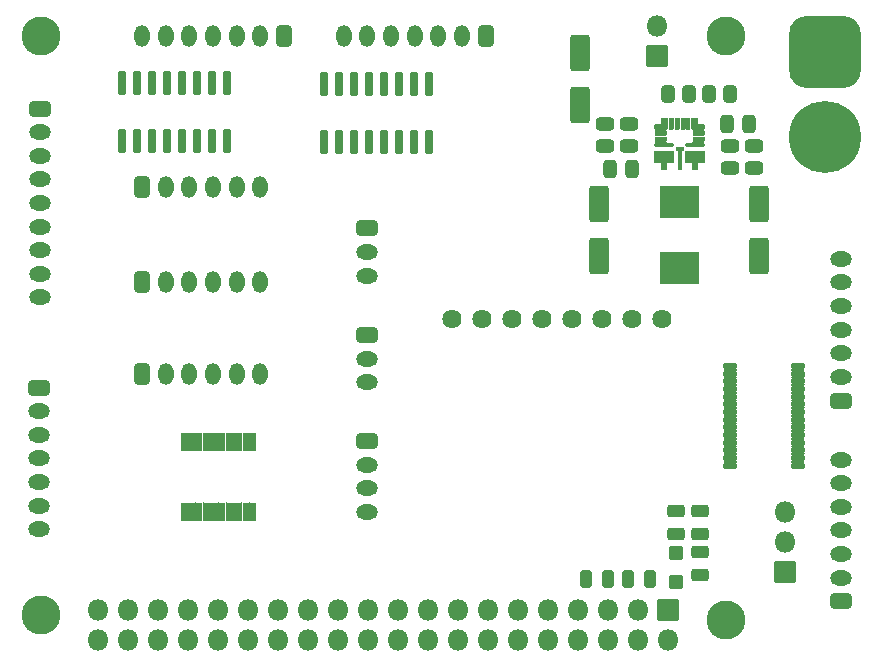
<source format=gbr>
G04 #@! TF.GenerationSoftware,KiCad,Pcbnew,(6.0.1)*
G04 #@! TF.CreationDate,2022-01-26T09:26:30-08:00*
G04 #@! TF.ProjectId,Prime Mover,5072696d-6520-44d6-9f76-65722e6b6963,rev?*
G04 #@! TF.SameCoordinates,Original*
G04 #@! TF.FileFunction,Soldermask,Top*
G04 #@! TF.FilePolarity,Negative*
%FSLAX46Y46*%
G04 Gerber Fmt 4.6, Leading zero omitted, Abs format (unit mm)*
G04 Created by KiCad (PCBNEW (6.0.1)) date 2022-01-26 09:26:30*
%MOMM*%
%LPD*%
G01*
G04 APERTURE LIST*
G04 Aperture macros list*
%AMRoundRect*
0 Rectangle with rounded corners*
0 $1 Rounding radius*
0 $2 $3 $4 $5 $6 $7 $8 $9 X,Y pos of 4 corners*
0 Add a 4 corners polygon primitive as box body*
4,1,4,$2,$3,$4,$5,$6,$7,$8,$9,$2,$3,0*
0 Add four circle primitives for the rounded corners*
1,1,$1+$1,$2,$3*
1,1,$1+$1,$4,$5*
1,1,$1+$1,$6,$7*
1,1,$1+$1,$8,$9*
0 Add four rect primitives between the rounded corners*
20,1,$1+$1,$2,$3,$4,$5,0*
20,1,$1+$1,$4,$5,$6,$7,0*
20,1,$1+$1,$6,$7,$8,$9,0*
20,1,$1+$1,$8,$9,$2,$3,0*%
G04 Aperture macros list end*
%ADD10RoundRect,0.301000X-0.350000X-0.625000X0.350000X-0.625000X0.350000X0.625000X-0.350000X0.625000X0*%
%ADD11O,1.302000X1.852000*%
%ADD12RoundRect,0.051000X-0.500000X0.500000X-0.500000X-0.500000X0.500000X-0.500000X0.500000X0.500000X0*%
%ADD13C,1.626000*%
%ADD14RoundRect,0.301000X-0.625000X0.350000X-0.625000X-0.350000X0.625000X-0.350000X0.625000X0.350000X0*%
%ADD15O,1.852000X1.302000*%
%ADD16RoundRect,0.294750X-0.456250X0.243750X-0.456250X-0.243750X0.456250X-0.243750X0.456250X0.243750X0*%
%ADD17RoundRect,0.051000X0.550000X0.200000X-0.550000X0.200000X-0.550000X-0.200000X0.550000X-0.200000X0*%
%ADD18RoundRect,0.301000X0.625000X-0.350000X0.625000X0.350000X-0.625000X0.350000X-0.625000X-0.350000X0*%
%ADD19C,3.302000*%
%ADD20RoundRect,0.294750X0.456250X-0.243750X0.456250X0.243750X-0.456250X0.243750X-0.456250X-0.243750X0*%
%ADD21RoundRect,0.294750X0.243750X0.456250X-0.243750X0.456250X-0.243750X-0.456250X0.243750X-0.456250X0*%
%ADD22RoundRect,0.294750X-0.243750X-0.456250X0.243750X-0.456250X0.243750X0.456250X-0.243750X0.456250X0*%
%ADD23RoundRect,0.301000X0.350000X0.625000X-0.350000X0.625000X-0.350000X-0.625000X0.350000X-0.625000X0*%
%ADD24RoundRect,0.301000X-0.250000X-0.475000X0.250000X-0.475000X0.250000X0.475000X-0.250000X0.475000X0*%
%ADD25RoundRect,0.301000X-0.262500X-0.450000X0.262500X-0.450000X0.262500X0.450000X-0.262500X0.450000X0*%
%ADD26RoundRect,0.201000X-0.150000X0.825000X-0.150000X-0.825000X0.150000X-0.825000X0.150000X0.825000X0*%
%ADD27RoundRect,0.301000X0.550000X-1.250000X0.550000X1.250000X-0.550000X1.250000X-0.550000X-1.250000X0*%
%ADD28RoundRect,0.051000X0.850000X0.850000X-0.850000X0.850000X-0.850000X-0.850000X0.850000X-0.850000X0*%
%ADD29O,1.802000X1.802000*%
%ADD30RoundRect,0.301000X-0.475000X0.250000X-0.475000X-0.250000X0.475000X-0.250000X0.475000X0.250000X0*%
%ADD31RoundRect,1.551000X-1.500000X1.500000X-1.500000X-1.500000X1.500000X-1.500000X1.500000X1.500000X0*%
%ADD32C,6.102000*%
%ADD33RoundRect,0.051000X0.225000X0.737500X-0.225000X0.737500X-0.225000X-0.737500X0.225000X-0.737500X0*%
%ADD34RoundRect,0.051000X-1.600000X1.325000X-1.600000X-1.325000X1.600000X-1.325000X1.600000X1.325000X0*%
%ADD35RoundRect,0.301000X0.475000X-0.250000X0.475000X0.250000X-0.475000X0.250000X-0.475000X-0.250000X0*%
%ADD36RoundRect,0.051000X0.437500X-0.150000X0.437500X0.150000X-0.437500X0.150000X-0.437500X-0.150000X0*%
%ADD37RoundRect,0.051000X0.762500X-0.125000X0.762500X0.125000X-0.762500X0.125000X-0.762500X-0.125000X0*%
%ADD38RoundRect,0.051000X0.762500X-0.475000X0.762500X0.475000X-0.762500X0.475000X-0.762500X-0.475000X0*%
%ADD39RoundRect,0.051000X-0.225000X-0.300000X0.225000X-0.300000X0.225000X0.300000X-0.225000X0.300000X0*%
%ADD40RoundRect,0.051000X-0.150000X-0.825000X0.150000X-0.825000X0.150000X0.825000X-0.150000X0.825000X0*%
%ADD41RoundRect,0.051000X-0.225000X-0.437500X0.225000X-0.437500X0.225000X0.437500X-0.225000X0.437500X0*%
%ADD42RoundRect,0.051000X-0.150000X-0.437500X0.150000X-0.437500X0.150000X0.437500X-0.150000X0.437500X0*%
%ADD43RoundRect,0.051000X0.250000X-0.175000X0.250000X0.175000X-0.250000X0.175000X-0.250000X-0.175000X0*%
%ADD44RoundRect,0.051000X0.300000X-0.125000X0.300000X0.125000X-0.300000X0.125000X-0.300000X-0.125000X0*%
%ADD45RoundRect,0.051000X0.850000X-0.850000X0.850000X0.850000X-0.850000X0.850000X-0.850000X-0.850000X0*%
G04 APERTURE END LIST*
D10*
X12100000Y-24300000D03*
D11*
X14100000Y-24300000D03*
X16100000Y-24300000D03*
X18100000Y-24300000D03*
X20100000Y-24300000D03*
X22100000Y-24300000D03*
D12*
X57274000Y-47257000D03*
X57274000Y-49757000D03*
D13*
X56130000Y-27460000D03*
X53590000Y-27460000D03*
X51050000Y-27460000D03*
X48510000Y-27460000D03*
X45970000Y-27460000D03*
X43430000Y-27460000D03*
X40890000Y-27460000D03*
X38350000Y-27460000D03*
D14*
X3414000Y-9652000D03*
D15*
X3414000Y-11652000D03*
X3414000Y-13652000D03*
X3414000Y-15652000D03*
X3414000Y-17652000D03*
X3414000Y-19652000D03*
X3414000Y-21652000D03*
X3414000Y-23652000D03*
X3414000Y-25652000D03*
D16*
X57274000Y-43759500D03*
X57274000Y-45634500D03*
X59306000Y-47237000D03*
X59306000Y-49112000D03*
D17*
X67610000Y-39895000D03*
X67610000Y-39245000D03*
X67610000Y-38595000D03*
X67610000Y-37945000D03*
X67610000Y-37295000D03*
X67610000Y-36645000D03*
X67610000Y-35995000D03*
X67610000Y-35345000D03*
X67610000Y-34695000D03*
X67610000Y-34045000D03*
X67610000Y-33395000D03*
X67610000Y-32745000D03*
X67610000Y-32095000D03*
X67610000Y-31445000D03*
X61910000Y-31445000D03*
X61910000Y-32095000D03*
X61910000Y-32745000D03*
X61910000Y-33395000D03*
X61910000Y-34045000D03*
X61910000Y-34695000D03*
X61910000Y-35345000D03*
X61910000Y-35995000D03*
X61910000Y-36645000D03*
X61910000Y-37295000D03*
X61910000Y-37945000D03*
X61910000Y-38595000D03*
X61910000Y-39245000D03*
X61910000Y-39895000D03*
D18*
X71250000Y-34380000D03*
D15*
X71250000Y-32380000D03*
X71250000Y-30380000D03*
X71250000Y-28380000D03*
X71250000Y-26380000D03*
X71250000Y-24380000D03*
X71250000Y-22380000D03*
D19*
X3500000Y-3500000D03*
X3500000Y-52500000D03*
X61500000Y-53000000D03*
X61500000Y-3500000D03*
D18*
X71250000Y-51380000D03*
D15*
X71250000Y-49380000D03*
X71250000Y-47380000D03*
X71250000Y-45380000D03*
X71250000Y-43380000D03*
X71250000Y-41380000D03*
X71250000Y-39380000D03*
D20*
X59306000Y-45634500D03*
X59306000Y-43759500D03*
D14*
X31150000Y-19800000D03*
D15*
X31150000Y-21800000D03*
X31150000Y-23800000D03*
D21*
X55080000Y-49470000D03*
X53205000Y-49470000D03*
D22*
X49642500Y-49470000D03*
X51517500Y-49470000D03*
D14*
X31140000Y-28820000D03*
D15*
X31140000Y-30820000D03*
X31140000Y-32820000D03*
D14*
X31140000Y-37820000D03*
D15*
X31140000Y-39820000D03*
X31140000Y-41820000D03*
X31140000Y-43820000D03*
D14*
X3350000Y-33280000D03*
D15*
X3350000Y-35280000D03*
X3350000Y-37280000D03*
X3350000Y-39280000D03*
X3350000Y-41280000D03*
X3350000Y-43280000D03*
X3350000Y-45280000D03*
D23*
X41180000Y-3550000D03*
D11*
X39180000Y-3550000D03*
X37180000Y-3550000D03*
X35180000Y-3550000D03*
X33180000Y-3550000D03*
X31180000Y-3550000D03*
X29180000Y-3550000D03*
D24*
X51690000Y-14740000D03*
X53590000Y-14740000D03*
D25*
X60057500Y-8420000D03*
X61882500Y-8420000D03*
D26*
X19295000Y-7495000D03*
X18025000Y-7495000D03*
X16755000Y-7495000D03*
X15485000Y-7495000D03*
X14215000Y-7495000D03*
X12945000Y-7495000D03*
X11675000Y-7495000D03*
X10405000Y-7495000D03*
X10405000Y-12445000D03*
X11675000Y-12445000D03*
X12945000Y-12445000D03*
X14215000Y-12445000D03*
X15485000Y-12445000D03*
X16755000Y-12445000D03*
X18025000Y-12445000D03*
X19295000Y-12445000D03*
D27*
X49160000Y-9360000D03*
X49160000Y-4960000D03*
D23*
X24110000Y-3550000D03*
D11*
X22110000Y-3550000D03*
X20110000Y-3550000D03*
X18110000Y-3550000D03*
X16110000Y-3550000D03*
X14110000Y-3550000D03*
X12110000Y-3550000D03*
D28*
X55700000Y-5200000D03*
D29*
X55700000Y-2660000D03*
D30*
X63890000Y-12820000D03*
X63890000Y-14720000D03*
D31*
X69960000Y-4840000D03*
D32*
X69960000Y-12040000D03*
D24*
X61620000Y-10970000D03*
X63520000Y-10970000D03*
D33*
X15655000Y-43778000D03*
X16305000Y-43778000D03*
X16955000Y-43778000D03*
X17605000Y-43778000D03*
X18255000Y-43778000D03*
X18905000Y-43778000D03*
X19555000Y-43778000D03*
X20205000Y-43778000D03*
X20855000Y-43778000D03*
X21505000Y-43778000D03*
X21505000Y-37902000D03*
X20855000Y-37902000D03*
X20205000Y-37902000D03*
X19555000Y-37902000D03*
X18905000Y-37902000D03*
X18255000Y-37902000D03*
X17605000Y-37902000D03*
X16955000Y-37902000D03*
X16305000Y-37902000D03*
X15655000Y-37902000D03*
D10*
X12110000Y-32090000D03*
D11*
X14110000Y-32090000D03*
X16110000Y-32090000D03*
X18110000Y-32090000D03*
X20110000Y-32090000D03*
X22110000Y-32090000D03*
D27*
X50760000Y-22140000D03*
X50760000Y-17740000D03*
D25*
X56615000Y-8420000D03*
X58440000Y-8420000D03*
D28*
X66540000Y-48860000D03*
D29*
X66540000Y-46320000D03*
X66540000Y-43780000D03*
D34*
X57610000Y-17560000D03*
X57610000Y-23160000D03*
D35*
X53350000Y-12830000D03*
X53350000Y-10930000D03*
D36*
X55997000Y-11720000D03*
X55997000Y-12220000D03*
D37*
X56322000Y-12720000D03*
D38*
X56323000Y-13770000D03*
D39*
X56285000Y-14545000D03*
D40*
X57610000Y-14020000D03*
D39*
X58935000Y-14545000D03*
D38*
X58897000Y-13770000D03*
D37*
X58898000Y-12720000D03*
D36*
X59222000Y-12220000D03*
X59222000Y-11720000D03*
D41*
X58935000Y-10933000D03*
D42*
X58360000Y-10932000D03*
X57860000Y-10932000D03*
X57360000Y-10932000D03*
X56860000Y-10932000D03*
D41*
X56285000Y-10932000D03*
D43*
X55810000Y-11195000D03*
D44*
X57610000Y-13070000D03*
D43*
X59410000Y-11195000D03*
D27*
X64330000Y-22140000D03*
X64330000Y-17740000D03*
D35*
X51290000Y-12830000D03*
X51290000Y-10930000D03*
D10*
X12110000Y-16280000D03*
D11*
X14110000Y-16280000D03*
X16110000Y-16280000D03*
X18110000Y-16280000D03*
X20110000Y-16280000D03*
X22110000Y-16280000D03*
D30*
X61840000Y-12820000D03*
X61840000Y-14720000D03*
D26*
X36365000Y-7545000D03*
X35095000Y-7545000D03*
X33825000Y-7545000D03*
X32555000Y-7545000D03*
X31285000Y-7545000D03*
X30015000Y-7545000D03*
X28745000Y-7545000D03*
X27475000Y-7545000D03*
X27475000Y-12495000D03*
X28745000Y-12495000D03*
X30015000Y-12495000D03*
X31285000Y-12495000D03*
X32555000Y-12495000D03*
X33825000Y-12495000D03*
X35095000Y-12495000D03*
X36365000Y-12495000D03*
D45*
X56610000Y-52150000D03*
D29*
X56610000Y-54690000D03*
X54070000Y-52150000D03*
X54070000Y-54690000D03*
X51530000Y-52150000D03*
X51530000Y-54690000D03*
X48990000Y-52150000D03*
X48990000Y-54690000D03*
X46450000Y-52150000D03*
X46450000Y-54690000D03*
X43910000Y-52150000D03*
X43910000Y-54690000D03*
X41370000Y-52150000D03*
X41370000Y-54690000D03*
X38830000Y-52150000D03*
X38830000Y-54690000D03*
X36290000Y-52150000D03*
X36290000Y-54690000D03*
X33750000Y-52150000D03*
X33750000Y-54690000D03*
X31210000Y-52150000D03*
X31210000Y-54690000D03*
X28670000Y-52150000D03*
X28670000Y-54690000D03*
X26130000Y-52150000D03*
X26130000Y-54690000D03*
X23590000Y-52150000D03*
X23590000Y-54690000D03*
X21050000Y-52150000D03*
X21050000Y-54690000D03*
X18510000Y-52150000D03*
X18510000Y-54690000D03*
X15970000Y-52150000D03*
X15970000Y-54690000D03*
X13430000Y-52150000D03*
X13430000Y-54690000D03*
X10890000Y-52150000D03*
X10890000Y-54690000D03*
X8350000Y-52150000D03*
X8350000Y-54690000D03*
G36*
X20594633Y-43004017D02*
G01*
X20595197Y-43005936D01*
X20594916Y-43006575D01*
X20584767Y-43021763D01*
X20581000Y-43040699D01*
X20581000Y-44515301D01*
X20584767Y-44534238D01*
X20594814Y-44549273D01*
X20594945Y-44551268D01*
X20593282Y-44552380D01*
X20592553Y-44552293D01*
X20532212Y-44533398D01*
X20467310Y-44552455D01*
X20465367Y-44551983D01*
X20464803Y-44550064D01*
X20465084Y-44549425D01*
X20475233Y-44534237D01*
X20479000Y-44515301D01*
X20479000Y-43040699D01*
X20475233Y-43021762D01*
X20465186Y-43006727D01*
X20465055Y-43004732D01*
X20466718Y-43003620D01*
X20467447Y-43003707D01*
X20527788Y-43022602D01*
X20592690Y-43003545D01*
X20594633Y-43004017D01*
G37*
G36*
X21244633Y-43004017D02*
G01*
X21245197Y-43005936D01*
X21244916Y-43006575D01*
X21234767Y-43021763D01*
X21231000Y-43040699D01*
X21231000Y-44515301D01*
X21234767Y-44534238D01*
X21244814Y-44549273D01*
X21244945Y-44551268D01*
X21243282Y-44552380D01*
X21242553Y-44552293D01*
X21182212Y-44533398D01*
X21117310Y-44552455D01*
X21115367Y-44551983D01*
X21114803Y-44550064D01*
X21115084Y-44549425D01*
X21125233Y-44534237D01*
X21129000Y-44515301D01*
X21129000Y-43040699D01*
X21125233Y-43021762D01*
X21115186Y-43006727D01*
X21115055Y-43004732D01*
X21116718Y-43003620D01*
X21117447Y-43003707D01*
X21177788Y-43022602D01*
X21242690Y-43003545D01*
X21244633Y-43004017D01*
G37*
G36*
X17344633Y-43004017D02*
G01*
X17345197Y-43005936D01*
X17344916Y-43006575D01*
X17334767Y-43021763D01*
X17331000Y-43040699D01*
X17331000Y-44515301D01*
X17334767Y-44534238D01*
X17344814Y-44549273D01*
X17344945Y-44551268D01*
X17343282Y-44552380D01*
X17342553Y-44552293D01*
X17282212Y-44533398D01*
X17217310Y-44552455D01*
X17215367Y-44551983D01*
X17214803Y-44550064D01*
X17215084Y-44549425D01*
X17225233Y-44534237D01*
X17229000Y-44515301D01*
X17229000Y-43040699D01*
X17225233Y-43021762D01*
X17215186Y-43006727D01*
X17215055Y-43004732D01*
X17216718Y-43003620D01*
X17217447Y-43003707D01*
X17277788Y-43022602D01*
X17342690Y-43003545D01*
X17344633Y-43004017D01*
G37*
G36*
X16694633Y-43004017D02*
G01*
X16695197Y-43005936D01*
X16694916Y-43006575D01*
X16684767Y-43021763D01*
X16681000Y-43040699D01*
X16681000Y-44515301D01*
X16684767Y-44534238D01*
X16694814Y-44549273D01*
X16694945Y-44551268D01*
X16693282Y-44552380D01*
X16692553Y-44552293D01*
X16632212Y-44533398D01*
X16567310Y-44552455D01*
X16565367Y-44551983D01*
X16564803Y-44550064D01*
X16565084Y-44549425D01*
X16575233Y-44534237D01*
X16579000Y-44515301D01*
X16579000Y-43040699D01*
X16575233Y-43021762D01*
X16565186Y-43006727D01*
X16565055Y-43004732D01*
X16566718Y-43003620D01*
X16567447Y-43003707D01*
X16627788Y-43022602D01*
X16692690Y-43003545D01*
X16694633Y-43004017D01*
G37*
G36*
X17994633Y-43004017D02*
G01*
X17995197Y-43005936D01*
X17994916Y-43006575D01*
X17984767Y-43021763D01*
X17981000Y-43040699D01*
X17981000Y-44515301D01*
X17984767Y-44534238D01*
X17994814Y-44549273D01*
X17994945Y-44551268D01*
X17993282Y-44552380D01*
X17992553Y-44552293D01*
X17932212Y-44533398D01*
X17867310Y-44552455D01*
X17865367Y-44551983D01*
X17864803Y-44550064D01*
X17865084Y-44549425D01*
X17875233Y-44534237D01*
X17879000Y-44515301D01*
X17879000Y-43040699D01*
X17875233Y-43021762D01*
X17865186Y-43006727D01*
X17865055Y-43004732D01*
X17866718Y-43003620D01*
X17867447Y-43003707D01*
X17927788Y-43022602D01*
X17992690Y-43003545D01*
X17994633Y-43004017D01*
G37*
G36*
X16044633Y-43004017D02*
G01*
X16045197Y-43005936D01*
X16044916Y-43006575D01*
X16034767Y-43021763D01*
X16031000Y-43040699D01*
X16031000Y-44515301D01*
X16034767Y-44534238D01*
X16044814Y-44549273D01*
X16044945Y-44551268D01*
X16043282Y-44552380D01*
X16042553Y-44552293D01*
X15982212Y-44533398D01*
X15917310Y-44552455D01*
X15915367Y-44551983D01*
X15914803Y-44550064D01*
X15915084Y-44549425D01*
X15925233Y-44534237D01*
X15929000Y-44515301D01*
X15929000Y-43040699D01*
X15925233Y-43021762D01*
X15915186Y-43006727D01*
X15915055Y-43004732D01*
X15916718Y-43003620D01*
X15917447Y-43003707D01*
X15977788Y-43022602D01*
X16042690Y-43003545D01*
X16044633Y-43004017D01*
G37*
G36*
X19944633Y-43004017D02*
G01*
X19945197Y-43005936D01*
X19944916Y-43006575D01*
X19934767Y-43021763D01*
X19931000Y-43040699D01*
X19931000Y-44515301D01*
X19934767Y-44534238D01*
X19944814Y-44549273D01*
X19944945Y-44551268D01*
X19943282Y-44552380D01*
X19942553Y-44552293D01*
X19882212Y-44533398D01*
X19817310Y-44552455D01*
X19815367Y-44551983D01*
X19814803Y-44550064D01*
X19815084Y-44549425D01*
X19825233Y-44534237D01*
X19829000Y-44515301D01*
X19829000Y-43040699D01*
X19825233Y-43021762D01*
X19815186Y-43006727D01*
X19815055Y-43004732D01*
X19816718Y-43003620D01*
X19817447Y-43003707D01*
X19877788Y-43022602D01*
X19942690Y-43003545D01*
X19944633Y-43004017D01*
G37*
G36*
X18644633Y-43004017D02*
G01*
X18645197Y-43005936D01*
X18644916Y-43006575D01*
X18634767Y-43021763D01*
X18631000Y-43040699D01*
X18631000Y-44515301D01*
X18634767Y-44534238D01*
X18644814Y-44549273D01*
X18644945Y-44551268D01*
X18643282Y-44552380D01*
X18642553Y-44552293D01*
X18582212Y-44533398D01*
X18517310Y-44552455D01*
X18515367Y-44551983D01*
X18514803Y-44550064D01*
X18515084Y-44549425D01*
X18525233Y-44534237D01*
X18529000Y-44515301D01*
X18529000Y-43040699D01*
X18525233Y-43021762D01*
X18515186Y-43006727D01*
X18515055Y-43004732D01*
X18516718Y-43003620D01*
X18517447Y-43003707D01*
X18577788Y-43022602D01*
X18642690Y-43003545D01*
X18644633Y-43004017D01*
G37*
G36*
X19294633Y-43004017D02*
G01*
X19295197Y-43005936D01*
X19294916Y-43006575D01*
X19284767Y-43021763D01*
X19281000Y-43040699D01*
X19281000Y-44515301D01*
X19284767Y-44534238D01*
X19294814Y-44549273D01*
X19294945Y-44551268D01*
X19293282Y-44552380D01*
X19292553Y-44552293D01*
X19232212Y-44533398D01*
X19167310Y-44552455D01*
X19165367Y-44551983D01*
X19164803Y-44550064D01*
X19165084Y-44549425D01*
X19175233Y-44534237D01*
X19179000Y-44515301D01*
X19179000Y-43040699D01*
X19175233Y-43021762D01*
X19165186Y-43006727D01*
X19165055Y-43004732D01*
X19166718Y-43003620D01*
X19167447Y-43003707D01*
X19227788Y-43022602D01*
X19292690Y-43003545D01*
X19294633Y-43004017D01*
G37*
G36*
X61330267Y-39482886D02*
G01*
X61341262Y-39490233D01*
X61360199Y-39494000D01*
X62459801Y-39494000D01*
X62478738Y-39490233D01*
X62489733Y-39482886D01*
X62491729Y-39482755D01*
X62492840Y-39484418D01*
X62492507Y-39485660D01*
X62483291Y-39499452D01*
X62485031Y-39500615D01*
X62485916Y-39502409D01*
X62485455Y-39503560D01*
X62470922Y-39520952D01*
X62462296Y-39589670D01*
X62485082Y-39637288D01*
X62484928Y-39639282D01*
X62484389Y-39639814D01*
X62483291Y-39640548D01*
X62492507Y-39654340D01*
X62492638Y-39656336D01*
X62490975Y-39657447D01*
X62489733Y-39657114D01*
X62478738Y-39649767D01*
X62459801Y-39646000D01*
X61360199Y-39646000D01*
X61341262Y-39649767D01*
X61330267Y-39657114D01*
X61328271Y-39657245D01*
X61327160Y-39655582D01*
X61327493Y-39654340D01*
X61336709Y-39640548D01*
X61334969Y-39639385D01*
X61334084Y-39637591D01*
X61334545Y-39636440D01*
X61349078Y-39619048D01*
X61357704Y-39550330D01*
X61334918Y-39502712D01*
X61335072Y-39500718D01*
X61335611Y-39500186D01*
X61336709Y-39499452D01*
X61327493Y-39485660D01*
X61327362Y-39483664D01*
X61329025Y-39482553D01*
X61330267Y-39482886D01*
G37*
G36*
X67030267Y-39482886D02*
G01*
X67041262Y-39490233D01*
X67060199Y-39494000D01*
X68159801Y-39494000D01*
X68178738Y-39490233D01*
X68189733Y-39482886D01*
X68191729Y-39482755D01*
X68192840Y-39484418D01*
X68192507Y-39485660D01*
X68183291Y-39499452D01*
X68185031Y-39500615D01*
X68185916Y-39502409D01*
X68185455Y-39503560D01*
X68170922Y-39520952D01*
X68162296Y-39589670D01*
X68185082Y-39637288D01*
X68184928Y-39639282D01*
X68184389Y-39639814D01*
X68183291Y-39640548D01*
X68192507Y-39654340D01*
X68192638Y-39656336D01*
X68190975Y-39657447D01*
X68189733Y-39657114D01*
X68178738Y-39649767D01*
X68159801Y-39646000D01*
X67060199Y-39646000D01*
X67041262Y-39649767D01*
X67030267Y-39657114D01*
X67028271Y-39657245D01*
X67027160Y-39655582D01*
X67027493Y-39654340D01*
X67036709Y-39640548D01*
X67034969Y-39639385D01*
X67034084Y-39637591D01*
X67034545Y-39636440D01*
X67049078Y-39619048D01*
X67057704Y-39550330D01*
X67034918Y-39502712D01*
X67035072Y-39500718D01*
X67035611Y-39500186D01*
X67036709Y-39499452D01*
X67027493Y-39485660D01*
X67027362Y-39483664D01*
X67029025Y-39482553D01*
X67030267Y-39482886D01*
G37*
G36*
X67030267Y-38832886D02*
G01*
X67041262Y-38840233D01*
X67060199Y-38844000D01*
X68159801Y-38844000D01*
X68178738Y-38840233D01*
X68189733Y-38832886D01*
X68191729Y-38832755D01*
X68192840Y-38834418D01*
X68192507Y-38835660D01*
X68183291Y-38849452D01*
X68185031Y-38850615D01*
X68185916Y-38852409D01*
X68185455Y-38853560D01*
X68170922Y-38870952D01*
X68162296Y-38939670D01*
X68185082Y-38987288D01*
X68184928Y-38989282D01*
X68184389Y-38989814D01*
X68183291Y-38990548D01*
X68192507Y-39004340D01*
X68192638Y-39006336D01*
X68190975Y-39007447D01*
X68189733Y-39007114D01*
X68178738Y-38999767D01*
X68159801Y-38996000D01*
X67060199Y-38996000D01*
X67041262Y-38999767D01*
X67030267Y-39007114D01*
X67028271Y-39007245D01*
X67027160Y-39005582D01*
X67027493Y-39004340D01*
X67036709Y-38990548D01*
X67034969Y-38989385D01*
X67034084Y-38987591D01*
X67034545Y-38986440D01*
X67049078Y-38969048D01*
X67057704Y-38900330D01*
X67034918Y-38852712D01*
X67035072Y-38850718D01*
X67035611Y-38850186D01*
X67036709Y-38849452D01*
X67027493Y-38835660D01*
X67027362Y-38833664D01*
X67029025Y-38832553D01*
X67030267Y-38832886D01*
G37*
G36*
X61330267Y-38832886D02*
G01*
X61341262Y-38840233D01*
X61360199Y-38844000D01*
X62459801Y-38844000D01*
X62478738Y-38840233D01*
X62489733Y-38832886D01*
X62491729Y-38832755D01*
X62492840Y-38834418D01*
X62492507Y-38835660D01*
X62483291Y-38849452D01*
X62485031Y-38850615D01*
X62485916Y-38852409D01*
X62485455Y-38853560D01*
X62470922Y-38870952D01*
X62462296Y-38939670D01*
X62485082Y-38987288D01*
X62484928Y-38989282D01*
X62484389Y-38989814D01*
X62483291Y-38990548D01*
X62492507Y-39004340D01*
X62492638Y-39006336D01*
X62490975Y-39007447D01*
X62489733Y-39007114D01*
X62478738Y-38999767D01*
X62459801Y-38996000D01*
X61360199Y-38996000D01*
X61341262Y-38999767D01*
X61330267Y-39007114D01*
X61328271Y-39007245D01*
X61327160Y-39005582D01*
X61327493Y-39004340D01*
X61336709Y-38990548D01*
X61334969Y-38989385D01*
X61334084Y-38987591D01*
X61334545Y-38986440D01*
X61349078Y-38969048D01*
X61357704Y-38900330D01*
X61334918Y-38852712D01*
X61335072Y-38850718D01*
X61335611Y-38850186D01*
X61336709Y-38849452D01*
X61327493Y-38835660D01*
X61327362Y-38833664D01*
X61329025Y-38832553D01*
X61330267Y-38832886D01*
G37*
G36*
X18644633Y-37128017D02*
G01*
X18645197Y-37129936D01*
X18644916Y-37130575D01*
X18634767Y-37145763D01*
X18631000Y-37164699D01*
X18631000Y-38639301D01*
X18634767Y-38658238D01*
X18644814Y-38673273D01*
X18644945Y-38675268D01*
X18643282Y-38676380D01*
X18642553Y-38676293D01*
X18582212Y-38657398D01*
X18517310Y-38676455D01*
X18515367Y-38675983D01*
X18514803Y-38674064D01*
X18515084Y-38673425D01*
X18525233Y-38658237D01*
X18529000Y-38639301D01*
X18529000Y-37164699D01*
X18525233Y-37145762D01*
X18515186Y-37130727D01*
X18515055Y-37128732D01*
X18516718Y-37127620D01*
X18517447Y-37127707D01*
X18577788Y-37146602D01*
X18642690Y-37127545D01*
X18644633Y-37128017D01*
G37*
G36*
X19944633Y-37128017D02*
G01*
X19945197Y-37129936D01*
X19944916Y-37130575D01*
X19934767Y-37145763D01*
X19931000Y-37164699D01*
X19931000Y-38639301D01*
X19934767Y-38658238D01*
X19944814Y-38673273D01*
X19944945Y-38675268D01*
X19943282Y-38676380D01*
X19942553Y-38676293D01*
X19882212Y-38657398D01*
X19817310Y-38676455D01*
X19815367Y-38675983D01*
X19814803Y-38674064D01*
X19815084Y-38673425D01*
X19825233Y-38658237D01*
X19829000Y-38639301D01*
X19829000Y-37164699D01*
X19825233Y-37145762D01*
X19815186Y-37130727D01*
X19815055Y-37128732D01*
X19816718Y-37127620D01*
X19817447Y-37127707D01*
X19877788Y-37146602D01*
X19942690Y-37127545D01*
X19944633Y-37128017D01*
G37*
G36*
X20594633Y-37128017D02*
G01*
X20595197Y-37129936D01*
X20594916Y-37130575D01*
X20584767Y-37145763D01*
X20581000Y-37164699D01*
X20581000Y-38639301D01*
X20584767Y-38658238D01*
X20594814Y-38673273D01*
X20594945Y-38675268D01*
X20593282Y-38676380D01*
X20592553Y-38676293D01*
X20532212Y-38657398D01*
X20467310Y-38676455D01*
X20465367Y-38675983D01*
X20464803Y-38674064D01*
X20465084Y-38673425D01*
X20475233Y-38658237D01*
X20479000Y-38639301D01*
X20479000Y-37164699D01*
X20475233Y-37145762D01*
X20465186Y-37130727D01*
X20465055Y-37128732D01*
X20466718Y-37127620D01*
X20467447Y-37127707D01*
X20527788Y-37146602D01*
X20592690Y-37127545D01*
X20594633Y-37128017D01*
G37*
G36*
X21244633Y-37128017D02*
G01*
X21245197Y-37129936D01*
X21244916Y-37130575D01*
X21234767Y-37145763D01*
X21231000Y-37164699D01*
X21231000Y-38639301D01*
X21234767Y-38658238D01*
X21244814Y-38673273D01*
X21244945Y-38675268D01*
X21243282Y-38676380D01*
X21242553Y-38676293D01*
X21182212Y-38657398D01*
X21117310Y-38676455D01*
X21115367Y-38675983D01*
X21114803Y-38674064D01*
X21115084Y-38673425D01*
X21125233Y-38658237D01*
X21129000Y-38639301D01*
X21129000Y-37164699D01*
X21125233Y-37145762D01*
X21115186Y-37130727D01*
X21115055Y-37128732D01*
X21116718Y-37127620D01*
X21117447Y-37127707D01*
X21177788Y-37146602D01*
X21242690Y-37127545D01*
X21244633Y-37128017D01*
G37*
G36*
X16044633Y-37128017D02*
G01*
X16045197Y-37129936D01*
X16044916Y-37130575D01*
X16034767Y-37145763D01*
X16031000Y-37164699D01*
X16031000Y-38639301D01*
X16034767Y-38658238D01*
X16044814Y-38673273D01*
X16044945Y-38675268D01*
X16043282Y-38676380D01*
X16042553Y-38676293D01*
X15982212Y-38657398D01*
X15917310Y-38676455D01*
X15915367Y-38675983D01*
X15914803Y-38674064D01*
X15915084Y-38673425D01*
X15925233Y-38658237D01*
X15929000Y-38639301D01*
X15929000Y-37164699D01*
X15925233Y-37145762D01*
X15915186Y-37130727D01*
X15915055Y-37128732D01*
X15916718Y-37127620D01*
X15917447Y-37127707D01*
X15977788Y-37146602D01*
X16042690Y-37127545D01*
X16044633Y-37128017D01*
G37*
G36*
X17344633Y-37128017D02*
G01*
X17345197Y-37129936D01*
X17344916Y-37130575D01*
X17334767Y-37145763D01*
X17331000Y-37164699D01*
X17331000Y-38639301D01*
X17334767Y-38658238D01*
X17344814Y-38673273D01*
X17344945Y-38675268D01*
X17343282Y-38676380D01*
X17342553Y-38676293D01*
X17282212Y-38657398D01*
X17217310Y-38676455D01*
X17215367Y-38675983D01*
X17214803Y-38674064D01*
X17215084Y-38673425D01*
X17225233Y-38658237D01*
X17229000Y-38639301D01*
X17229000Y-37164699D01*
X17225233Y-37145762D01*
X17215186Y-37130727D01*
X17215055Y-37128732D01*
X17216718Y-37127620D01*
X17217447Y-37127707D01*
X17277788Y-37146602D01*
X17342690Y-37127545D01*
X17344633Y-37128017D01*
G37*
G36*
X16694633Y-37128017D02*
G01*
X16695197Y-37129936D01*
X16694916Y-37130575D01*
X16684767Y-37145763D01*
X16681000Y-37164699D01*
X16681000Y-38639301D01*
X16684767Y-38658238D01*
X16694814Y-38673273D01*
X16694945Y-38675268D01*
X16693282Y-38676380D01*
X16692553Y-38676293D01*
X16632212Y-38657398D01*
X16567310Y-38676455D01*
X16565367Y-38675983D01*
X16564803Y-38674064D01*
X16565084Y-38673425D01*
X16575233Y-38658237D01*
X16579000Y-38639301D01*
X16579000Y-37164699D01*
X16575233Y-37145762D01*
X16565186Y-37130727D01*
X16565055Y-37128732D01*
X16566718Y-37127620D01*
X16567447Y-37127707D01*
X16627788Y-37146602D01*
X16692690Y-37127545D01*
X16694633Y-37128017D01*
G37*
G36*
X19294633Y-37128017D02*
G01*
X19295197Y-37129936D01*
X19294916Y-37130575D01*
X19284767Y-37145763D01*
X19281000Y-37164699D01*
X19281000Y-38639301D01*
X19284767Y-38658238D01*
X19294814Y-38673273D01*
X19294945Y-38675268D01*
X19293282Y-38676380D01*
X19292553Y-38676293D01*
X19232212Y-38657398D01*
X19167310Y-38676455D01*
X19165367Y-38675983D01*
X19164803Y-38674064D01*
X19165084Y-38673425D01*
X19175233Y-38658237D01*
X19179000Y-38639301D01*
X19179000Y-37164699D01*
X19175233Y-37145762D01*
X19165186Y-37130727D01*
X19165055Y-37128732D01*
X19166718Y-37127620D01*
X19167447Y-37127707D01*
X19227788Y-37146602D01*
X19292690Y-37127545D01*
X19294633Y-37128017D01*
G37*
G36*
X17994633Y-37128017D02*
G01*
X17995197Y-37129936D01*
X17994916Y-37130575D01*
X17984767Y-37145763D01*
X17981000Y-37164699D01*
X17981000Y-38639301D01*
X17984767Y-38658238D01*
X17994814Y-38673273D01*
X17994945Y-38675268D01*
X17993282Y-38676380D01*
X17992553Y-38676293D01*
X17932212Y-38657398D01*
X17867310Y-38676455D01*
X17865367Y-38675983D01*
X17864803Y-38674064D01*
X17865084Y-38673425D01*
X17875233Y-38658237D01*
X17879000Y-38639301D01*
X17879000Y-37164699D01*
X17875233Y-37145762D01*
X17865186Y-37130727D01*
X17865055Y-37128732D01*
X17866718Y-37127620D01*
X17867447Y-37127707D01*
X17927788Y-37146602D01*
X17992690Y-37127545D01*
X17994633Y-37128017D01*
G37*
G36*
X61330267Y-38182886D02*
G01*
X61341262Y-38190233D01*
X61360199Y-38194000D01*
X62459801Y-38194000D01*
X62478738Y-38190233D01*
X62489733Y-38182886D01*
X62491729Y-38182755D01*
X62492840Y-38184418D01*
X62492507Y-38185660D01*
X62483291Y-38199452D01*
X62485031Y-38200615D01*
X62485916Y-38202409D01*
X62485455Y-38203560D01*
X62470922Y-38220952D01*
X62462296Y-38289670D01*
X62485082Y-38337288D01*
X62484928Y-38339282D01*
X62484389Y-38339814D01*
X62483291Y-38340548D01*
X62492507Y-38354340D01*
X62492638Y-38356336D01*
X62490975Y-38357447D01*
X62489733Y-38357114D01*
X62478738Y-38349767D01*
X62459801Y-38346000D01*
X61360199Y-38346000D01*
X61341262Y-38349767D01*
X61330267Y-38357114D01*
X61328271Y-38357245D01*
X61327160Y-38355582D01*
X61327493Y-38354340D01*
X61336709Y-38340548D01*
X61334969Y-38339385D01*
X61334084Y-38337591D01*
X61334545Y-38336440D01*
X61349078Y-38319048D01*
X61357704Y-38250330D01*
X61334918Y-38202712D01*
X61335072Y-38200718D01*
X61335611Y-38200186D01*
X61336709Y-38199452D01*
X61327493Y-38185660D01*
X61327362Y-38183664D01*
X61329025Y-38182553D01*
X61330267Y-38182886D01*
G37*
G36*
X67030267Y-38182886D02*
G01*
X67041262Y-38190233D01*
X67060199Y-38194000D01*
X68159801Y-38194000D01*
X68178738Y-38190233D01*
X68189733Y-38182886D01*
X68191729Y-38182755D01*
X68192840Y-38184418D01*
X68192507Y-38185660D01*
X68183291Y-38199452D01*
X68185031Y-38200615D01*
X68185916Y-38202409D01*
X68185455Y-38203560D01*
X68170922Y-38220952D01*
X68162296Y-38289670D01*
X68185082Y-38337288D01*
X68184928Y-38339282D01*
X68184389Y-38339814D01*
X68183291Y-38340548D01*
X68192507Y-38354340D01*
X68192638Y-38356336D01*
X68190975Y-38357447D01*
X68189733Y-38357114D01*
X68178738Y-38349767D01*
X68159801Y-38346000D01*
X67060199Y-38346000D01*
X67041262Y-38349767D01*
X67030267Y-38357114D01*
X67028271Y-38357245D01*
X67027160Y-38355582D01*
X67027493Y-38354340D01*
X67036709Y-38340548D01*
X67034969Y-38339385D01*
X67034084Y-38337591D01*
X67034545Y-38336440D01*
X67049078Y-38319048D01*
X67057704Y-38250330D01*
X67034918Y-38202712D01*
X67035072Y-38200718D01*
X67035611Y-38200186D01*
X67036709Y-38199452D01*
X67027493Y-38185660D01*
X67027362Y-38183664D01*
X67029025Y-38182553D01*
X67030267Y-38182886D01*
G37*
G36*
X67030267Y-37532886D02*
G01*
X67041262Y-37540233D01*
X67060199Y-37544000D01*
X68159801Y-37544000D01*
X68178738Y-37540233D01*
X68189733Y-37532886D01*
X68191729Y-37532755D01*
X68192840Y-37534418D01*
X68192507Y-37535660D01*
X68183291Y-37549452D01*
X68185031Y-37550615D01*
X68185916Y-37552409D01*
X68185455Y-37553560D01*
X68170922Y-37570952D01*
X68162296Y-37639670D01*
X68185082Y-37687288D01*
X68184928Y-37689282D01*
X68184389Y-37689814D01*
X68183291Y-37690548D01*
X68192507Y-37704340D01*
X68192638Y-37706336D01*
X68190975Y-37707447D01*
X68189733Y-37707114D01*
X68178738Y-37699767D01*
X68159801Y-37696000D01*
X67060199Y-37696000D01*
X67041262Y-37699767D01*
X67030267Y-37707114D01*
X67028271Y-37707245D01*
X67027160Y-37705582D01*
X67027493Y-37704340D01*
X67036709Y-37690548D01*
X67034969Y-37689385D01*
X67034084Y-37687591D01*
X67034545Y-37686440D01*
X67049078Y-37669048D01*
X67057704Y-37600330D01*
X67034918Y-37552712D01*
X67035072Y-37550718D01*
X67035611Y-37550186D01*
X67036709Y-37549452D01*
X67027493Y-37535660D01*
X67027362Y-37533664D01*
X67029025Y-37532553D01*
X67030267Y-37532886D01*
G37*
G36*
X61330267Y-37532886D02*
G01*
X61341262Y-37540233D01*
X61360199Y-37544000D01*
X62459801Y-37544000D01*
X62478738Y-37540233D01*
X62489733Y-37532886D01*
X62491729Y-37532755D01*
X62492840Y-37534418D01*
X62492507Y-37535660D01*
X62483291Y-37549452D01*
X62485031Y-37550615D01*
X62485916Y-37552409D01*
X62485455Y-37553560D01*
X62470922Y-37570952D01*
X62462296Y-37639670D01*
X62485082Y-37687288D01*
X62484928Y-37689282D01*
X62484389Y-37689814D01*
X62483291Y-37690548D01*
X62492507Y-37704340D01*
X62492638Y-37706336D01*
X62490975Y-37707447D01*
X62489733Y-37707114D01*
X62478738Y-37699767D01*
X62459801Y-37696000D01*
X61360199Y-37696000D01*
X61341262Y-37699767D01*
X61330267Y-37707114D01*
X61328271Y-37707245D01*
X61327160Y-37705582D01*
X61327493Y-37704340D01*
X61336709Y-37690548D01*
X61334969Y-37689385D01*
X61334084Y-37687591D01*
X61334545Y-37686440D01*
X61349078Y-37669048D01*
X61357704Y-37600330D01*
X61334918Y-37552712D01*
X61335072Y-37550718D01*
X61335611Y-37550186D01*
X61336709Y-37549452D01*
X61327493Y-37535660D01*
X61327362Y-37533664D01*
X61329025Y-37532553D01*
X61330267Y-37532886D01*
G37*
G36*
X67030267Y-36882886D02*
G01*
X67041262Y-36890233D01*
X67060199Y-36894000D01*
X68159801Y-36894000D01*
X68178738Y-36890233D01*
X68189733Y-36882886D01*
X68191729Y-36882755D01*
X68192840Y-36884418D01*
X68192507Y-36885660D01*
X68183291Y-36899452D01*
X68185031Y-36900615D01*
X68185916Y-36902409D01*
X68185455Y-36903560D01*
X68170922Y-36920952D01*
X68162296Y-36989670D01*
X68185082Y-37037288D01*
X68184928Y-37039282D01*
X68184389Y-37039814D01*
X68183291Y-37040548D01*
X68192507Y-37054340D01*
X68192638Y-37056336D01*
X68190975Y-37057447D01*
X68189733Y-37057114D01*
X68178738Y-37049767D01*
X68159801Y-37046000D01*
X67060199Y-37046000D01*
X67041262Y-37049767D01*
X67030267Y-37057114D01*
X67028271Y-37057245D01*
X67027160Y-37055582D01*
X67027493Y-37054340D01*
X67036709Y-37040548D01*
X67034969Y-37039385D01*
X67034084Y-37037591D01*
X67034545Y-37036440D01*
X67049078Y-37019048D01*
X67057704Y-36950330D01*
X67034918Y-36902712D01*
X67035072Y-36900718D01*
X67035611Y-36900186D01*
X67036709Y-36899452D01*
X67027493Y-36885660D01*
X67027362Y-36883664D01*
X67029025Y-36882553D01*
X67030267Y-36882886D01*
G37*
G36*
X61330267Y-36882886D02*
G01*
X61341262Y-36890233D01*
X61360199Y-36894000D01*
X62459801Y-36894000D01*
X62478738Y-36890233D01*
X62489733Y-36882886D01*
X62491729Y-36882755D01*
X62492840Y-36884418D01*
X62492507Y-36885660D01*
X62483291Y-36899452D01*
X62485031Y-36900615D01*
X62485916Y-36902409D01*
X62485455Y-36903560D01*
X62470922Y-36920952D01*
X62462296Y-36989670D01*
X62485082Y-37037288D01*
X62484928Y-37039282D01*
X62484389Y-37039814D01*
X62483291Y-37040548D01*
X62492507Y-37054340D01*
X62492638Y-37056336D01*
X62490975Y-37057447D01*
X62489733Y-37057114D01*
X62478738Y-37049767D01*
X62459801Y-37046000D01*
X61360199Y-37046000D01*
X61341262Y-37049767D01*
X61330267Y-37057114D01*
X61328271Y-37057245D01*
X61327160Y-37055582D01*
X61327493Y-37054340D01*
X61336709Y-37040548D01*
X61334969Y-37039385D01*
X61334084Y-37037591D01*
X61334545Y-37036440D01*
X61349078Y-37019048D01*
X61357704Y-36950330D01*
X61334918Y-36902712D01*
X61335072Y-36900718D01*
X61335611Y-36900186D01*
X61336709Y-36899452D01*
X61327493Y-36885660D01*
X61327362Y-36883664D01*
X61329025Y-36882553D01*
X61330267Y-36882886D01*
G37*
G36*
X61330267Y-36232886D02*
G01*
X61341262Y-36240233D01*
X61360199Y-36244000D01*
X62459801Y-36244000D01*
X62478738Y-36240233D01*
X62489733Y-36232886D01*
X62491729Y-36232755D01*
X62492840Y-36234418D01*
X62492507Y-36235660D01*
X62483291Y-36249452D01*
X62485031Y-36250615D01*
X62485916Y-36252409D01*
X62485455Y-36253560D01*
X62470922Y-36270952D01*
X62462296Y-36339670D01*
X62485082Y-36387288D01*
X62484928Y-36389282D01*
X62484389Y-36389814D01*
X62483291Y-36390548D01*
X62492507Y-36404340D01*
X62492638Y-36406336D01*
X62490975Y-36407447D01*
X62489733Y-36407114D01*
X62478738Y-36399767D01*
X62459801Y-36396000D01*
X61360199Y-36396000D01*
X61341262Y-36399767D01*
X61330267Y-36407114D01*
X61328271Y-36407245D01*
X61327160Y-36405582D01*
X61327493Y-36404340D01*
X61336709Y-36390548D01*
X61334969Y-36389385D01*
X61334084Y-36387591D01*
X61334545Y-36386440D01*
X61349078Y-36369048D01*
X61357704Y-36300330D01*
X61334918Y-36252712D01*
X61335072Y-36250718D01*
X61335611Y-36250186D01*
X61336709Y-36249452D01*
X61327493Y-36235660D01*
X61327362Y-36233664D01*
X61329025Y-36232553D01*
X61330267Y-36232886D01*
G37*
G36*
X67030267Y-36232886D02*
G01*
X67041262Y-36240233D01*
X67060199Y-36244000D01*
X68159801Y-36244000D01*
X68178738Y-36240233D01*
X68189733Y-36232886D01*
X68191729Y-36232755D01*
X68192840Y-36234418D01*
X68192507Y-36235660D01*
X68183291Y-36249452D01*
X68185031Y-36250615D01*
X68185916Y-36252409D01*
X68185455Y-36253560D01*
X68170922Y-36270952D01*
X68162296Y-36339670D01*
X68185082Y-36387288D01*
X68184928Y-36389282D01*
X68184389Y-36389814D01*
X68183291Y-36390548D01*
X68192507Y-36404340D01*
X68192638Y-36406336D01*
X68190975Y-36407447D01*
X68189733Y-36407114D01*
X68178738Y-36399767D01*
X68159801Y-36396000D01*
X67060199Y-36396000D01*
X67041262Y-36399767D01*
X67030267Y-36407114D01*
X67028271Y-36407245D01*
X67027160Y-36405582D01*
X67027493Y-36404340D01*
X67036709Y-36390548D01*
X67034969Y-36389385D01*
X67034084Y-36387591D01*
X67034545Y-36386440D01*
X67049078Y-36369048D01*
X67057704Y-36300330D01*
X67034918Y-36252712D01*
X67035072Y-36250718D01*
X67035611Y-36250186D01*
X67036709Y-36249452D01*
X67027493Y-36235660D01*
X67027362Y-36233664D01*
X67029025Y-36232553D01*
X67030267Y-36232886D01*
G37*
G36*
X61330267Y-35582886D02*
G01*
X61341262Y-35590233D01*
X61360199Y-35594000D01*
X62459801Y-35594000D01*
X62478738Y-35590233D01*
X62489733Y-35582886D01*
X62491729Y-35582755D01*
X62492840Y-35584418D01*
X62492507Y-35585660D01*
X62483291Y-35599452D01*
X62485031Y-35600615D01*
X62485916Y-35602409D01*
X62485455Y-35603560D01*
X62470922Y-35620952D01*
X62462296Y-35689670D01*
X62485082Y-35737288D01*
X62484928Y-35739282D01*
X62484389Y-35739814D01*
X62483291Y-35740548D01*
X62492507Y-35754340D01*
X62492638Y-35756336D01*
X62490975Y-35757447D01*
X62489733Y-35757114D01*
X62478738Y-35749767D01*
X62459801Y-35746000D01*
X61360199Y-35746000D01*
X61341262Y-35749767D01*
X61330267Y-35757114D01*
X61328271Y-35757245D01*
X61327160Y-35755582D01*
X61327493Y-35754340D01*
X61336709Y-35740548D01*
X61334969Y-35739385D01*
X61334084Y-35737591D01*
X61334545Y-35736440D01*
X61349078Y-35719048D01*
X61357704Y-35650330D01*
X61334918Y-35602712D01*
X61335072Y-35600718D01*
X61335611Y-35600186D01*
X61336709Y-35599452D01*
X61327493Y-35585660D01*
X61327362Y-35583664D01*
X61329025Y-35582553D01*
X61330267Y-35582886D01*
G37*
G36*
X67030267Y-35582886D02*
G01*
X67041262Y-35590233D01*
X67060199Y-35594000D01*
X68159801Y-35594000D01*
X68178738Y-35590233D01*
X68189733Y-35582886D01*
X68191729Y-35582755D01*
X68192840Y-35584418D01*
X68192507Y-35585660D01*
X68183291Y-35599452D01*
X68185031Y-35600615D01*
X68185916Y-35602409D01*
X68185455Y-35603560D01*
X68170922Y-35620952D01*
X68162296Y-35689670D01*
X68185082Y-35737288D01*
X68184928Y-35739282D01*
X68184389Y-35739814D01*
X68183291Y-35740548D01*
X68192507Y-35754340D01*
X68192638Y-35756336D01*
X68190975Y-35757447D01*
X68189733Y-35757114D01*
X68178738Y-35749767D01*
X68159801Y-35746000D01*
X67060199Y-35746000D01*
X67041262Y-35749767D01*
X67030267Y-35757114D01*
X67028271Y-35757245D01*
X67027160Y-35755582D01*
X67027493Y-35754340D01*
X67036709Y-35740548D01*
X67034969Y-35739385D01*
X67034084Y-35737591D01*
X67034545Y-35736440D01*
X67049078Y-35719048D01*
X67057704Y-35650330D01*
X67034918Y-35602712D01*
X67035072Y-35600718D01*
X67035611Y-35600186D01*
X67036709Y-35599452D01*
X67027493Y-35585660D01*
X67027362Y-35583664D01*
X67029025Y-35582553D01*
X67030267Y-35582886D01*
G37*
G36*
X61330267Y-34932886D02*
G01*
X61341262Y-34940233D01*
X61360199Y-34944000D01*
X62459801Y-34944000D01*
X62478738Y-34940233D01*
X62489733Y-34932886D01*
X62491729Y-34932755D01*
X62492840Y-34934418D01*
X62492507Y-34935660D01*
X62483291Y-34949452D01*
X62485031Y-34950615D01*
X62485916Y-34952409D01*
X62485455Y-34953560D01*
X62470922Y-34970952D01*
X62462296Y-35039670D01*
X62485082Y-35087288D01*
X62484928Y-35089282D01*
X62484389Y-35089814D01*
X62483291Y-35090548D01*
X62492507Y-35104340D01*
X62492638Y-35106336D01*
X62490975Y-35107447D01*
X62489733Y-35107114D01*
X62478738Y-35099767D01*
X62459801Y-35096000D01*
X61360199Y-35096000D01*
X61341262Y-35099767D01*
X61330267Y-35107114D01*
X61328271Y-35107245D01*
X61327160Y-35105582D01*
X61327493Y-35104340D01*
X61336709Y-35090548D01*
X61334969Y-35089385D01*
X61334084Y-35087591D01*
X61334545Y-35086440D01*
X61349078Y-35069048D01*
X61357704Y-35000330D01*
X61334918Y-34952712D01*
X61335072Y-34950718D01*
X61335611Y-34950186D01*
X61336709Y-34949452D01*
X61327493Y-34935660D01*
X61327362Y-34933664D01*
X61329025Y-34932553D01*
X61330267Y-34932886D01*
G37*
G36*
X67030267Y-34932886D02*
G01*
X67041262Y-34940233D01*
X67060199Y-34944000D01*
X68159801Y-34944000D01*
X68178738Y-34940233D01*
X68189733Y-34932886D01*
X68191729Y-34932755D01*
X68192840Y-34934418D01*
X68192507Y-34935660D01*
X68183291Y-34949452D01*
X68185031Y-34950615D01*
X68185916Y-34952409D01*
X68185455Y-34953560D01*
X68170922Y-34970952D01*
X68162296Y-35039670D01*
X68185082Y-35087288D01*
X68184928Y-35089282D01*
X68184389Y-35089814D01*
X68183291Y-35090548D01*
X68192507Y-35104340D01*
X68192638Y-35106336D01*
X68190975Y-35107447D01*
X68189733Y-35107114D01*
X68178738Y-35099767D01*
X68159801Y-35096000D01*
X67060199Y-35096000D01*
X67041262Y-35099767D01*
X67030267Y-35107114D01*
X67028271Y-35107245D01*
X67027160Y-35105582D01*
X67027493Y-35104340D01*
X67036709Y-35090548D01*
X67034969Y-35089385D01*
X67034084Y-35087591D01*
X67034545Y-35086440D01*
X67049078Y-35069048D01*
X67057704Y-35000330D01*
X67034918Y-34952712D01*
X67035072Y-34950718D01*
X67035611Y-34950186D01*
X67036709Y-34949452D01*
X67027493Y-34935660D01*
X67027362Y-34933664D01*
X67029025Y-34932553D01*
X67030267Y-34932886D01*
G37*
G36*
X61330267Y-34282886D02*
G01*
X61341262Y-34290233D01*
X61360199Y-34294000D01*
X62459801Y-34294000D01*
X62478738Y-34290233D01*
X62489733Y-34282886D01*
X62491729Y-34282755D01*
X62492840Y-34284418D01*
X62492507Y-34285660D01*
X62483291Y-34299452D01*
X62485031Y-34300615D01*
X62485916Y-34302409D01*
X62485455Y-34303560D01*
X62470922Y-34320952D01*
X62462296Y-34389670D01*
X62485082Y-34437288D01*
X62484928Y-34439282D01*
X62484389Y-34439814D01*
X62483291Y-34440548D01*
X62492507Y-34454340D01*
X62492638Y-34456336D01*
X62490975Y-34457447D01*
X62489733Y-34457114D01*
X62478738Y-34449767D01*
X62459801Y-34446000D01*
X61360199Y-34446000D01*
X61341262Y-34449767D01*
X61330267Y-34457114D01*
X61328271Y-34457245D01*
X61327160Y-34455582D01*
X61327493Y-34454340D01*
X61336709Y-34440548D01*
X61334969Y-34439385D01*
X61334084Y-34437591D01*
X61334545Y-34436440D01*
X61349078Y-34419048D01*
X61357704Y-34350330D01*
X61334918Y-34302712D01*
X61335072Y-34300718D01*
X61335611Y-34300186D01*
X61336709Y-34299452D01*
X61327493Y-34285660D01*
X61327362Y-34283664D01*
X61329025Y-34282553D01*
X61330267Y-34282886D01*
G37*
G36*
X67030267Y-34282886D02*
G01*
X67041262Y-34290233D01*
X67060199Y-34294000D01*
X68159801Y-34294000D01*
X68178738Y-34290233D01*
X68189733Y-34282886D01*
X68191729Y-34282755D01*
X68192840Y-34284418D01*
X68192507Y-34285660D01*
X68183291Y-34299452D01*
X68185031Y-34300615D01*
X68185916Y-34302409D01*
X68185455Y-34303560D01*
X68170922Y-34320952D01*
X68162296Y-34389670D01*
X68185082Y-34437288D01*
X68184928Y-34439282D01*
X68184389Y-34439814D01*
X68183291Y-34440548D01*
X68192507Y-34454340D01*
X68192638Y-34456336D01*
X68190975Y-34457447D01*
X68189733Y-34457114D01*
X68178738Y-34449767D01*
X68159801Y-34446000D01*
X67060199Y-34446000D01*
X67041262Y-34449767D01*
X67030267Y-34457114D01*
X67028271Y-34457245D01*
X67027160Y-34455582D01*
X67027493Y-34454340D01*
X67036709Y-34440548D01*
X67034969Y-34439385D01*
X67034084Y-34437591D01*
X67034545Y-34436440D01*
X67049078Y-34419048D01*
X67057704Y-34350330D01*
X67034918Y-34302712D01*
X67035072Y-34300718D01*
X67035611Y-34300186D01*
X67036709Y-34299452D01*
X67027493Y-34285660D01*
X67027362Y-34283664D01*
X67029025Y-34282553D01*
X67030267Y-34282886D01*
G37*
G36*
X67030267Y-33632886D02*
G01*
X67041262Y-33640233D01*
X67060199Y-33644000D01*
X68159801Y-33644000D01*
X68178738Y-33640233D01*
X68189733Y-33632886D01*
X68191729Y-33632755D01*
X68192840Y-33634418D01*
X68192507Y-33635660D01*
X68183291Y-33649452D01*
X68185031Y-33650615D01*
X68185916Y-33652409D01*
X68185455Y-33653560D01*
X68170922Y-33670952D01*
X68162296Y-33739670D01*
X68185082Y-33787288D01*
X68184928Y-33789282D01*
X68184389Y-33789814D01*
X68183291Y-33790548D01*
X68192507Y-33804340D01*
X68192638Y-33806336D01*
X68190975Y-33807447D01*
X68189733Y-33807114D01*
X68178738Y-33799767D01*
X68159801Y-33796000D01*
X67060199Y-33796000D01*
X67041262Y-33799767D01*
X67030267Y-33807114D01*
X67028271Y-33807245D01*
X67027160Y-33805582D01*
X67027493Y-33804340D01*
X67036709Y-33790548D01*
X67034969Y-33789385D01*
X67034084Y-33787591D01*
X67034545Y-33786440D01*
X67049078Y-33769048D01*
X67057704Y-33700330D01*
X67034918Y-33652712D01*
X67035072Y-33650718D01*
X67035611Y-33650186D01*
X67036709Y-33649452D01*
X67027493Y-33635660D01*
X67027362Y-33633664D01*
X67029025Y-33632553D01*
X67030267Y-33632886D01*
G37*
G36*
X61330267Y-33632886D02*
G01*
X61341262Y-33640233D01*
X61360199Y-33644000D01*
X62459801Y-33644000D01*
X62478738Y-33640233D01*
X62489733Y-33632886D01*
X62491729Y-33632755D01*
X62492840Y-33634418D01*
X62492507Y-33635660D01*
X62483291Y-33649452D01*
X62485031Y-33650615D01*
X62485916Y-33652409D01*
X62485455Y-33653560D01*
X62470922Y-33670952D01*
X62462296Y-33739670D01*
X62485082Y-33787288D01*
X62484928Y-33789282D01*
X62484389Y-33789814D01*
X62483291Y-33790548D01*
X62492507Y-33804340D01*
X62492638Y-33806336D01*
X62490975Y-33807447D01*
X62489733Y-33807114D01*
X62478738Y-33799767D01*
X62459801Y-33796000D01*
X61360199Y-33796000D01*
X61341262Y-33799767D01*
X61330267Y-33807114D01*
X61328271Y-33807245D01*
X61327160Y-33805582D01*
X61327493Y-33804340D01*
X61336709Y-33790548D01*
X61334969Y-33789385D01*
X61334084Y-33787591D01*
X61334545Y-33786440D01*
X61349078Y-33769048D01*
X61357704Y-33700330D01*
X61334918Y-33652712D01*
X61335072Y-33650718D01*
X61335611Y-33650186D01*
X61336709Y-33649452D01*
X61327493Y-33635660D01*
X61327362Y-33633664D01*
X61329025Y-33632553D01*
X61330267Y-33632886D01*
G37*
G36*
X61330267Y-32982886D02*
G01*
X61341262Y-32990233D01*
X61360199Y-32994000D01*
X62459801Y-32994000D01*
X62478738Y-32990233D01*
X62489733Y-32982886D01*
X62491729Y-32982755D01*
X62492840Y-32984418D01*
X62492507Y-32985660D01*
X62483291Y-32999452D01*
X62485031Y-33000615D01*
X62485916Y-33002409D01*
X62485455Y-33003560D01*
X62470922Y-33020952D01*
X62462296Y-33089670D01*
X62485082Y-33137288D01*
X62484928Y-33139282D01*
X62484389Y-33139814D01*
X62483291Y-33140548D01*
X62492507Y-33154340D01*
X62492638Y-33156336D01*
X62490975Y-33157447D01*
X62489733Y-33157114D01*
X62478738Y-33149767D01*
X62459801Y-33146000D01*
X61360199Y-33146000D01*
X61341262Y-33149767D01*
X61330267Y-33157114D01*
X61328271Y-33157245D01*
X61327160Y-33155582D01*
X61327493Y-33154340D01*
X61336709Y-33140548D01*
X61334969Y-33139385D01*
X61334084Y-33137591D01*
X61334545Y-33136440D01*
X61349078Y-33119048D01*
X61357704Y-33050330D01*
X61334918Y-33002712D01*
X61335072Y-33000718D01*
X61335611Y-33000186D01*
X61336709Y-32999452D01*
X61327493Y-32985660D01*
X61327362Y-32983664D01*
X61329025Y-32982553D01*
X61330267Y-32982886D01*
G37*
G36*
X67030267Y-32982886D02*
G01*
X67041262Y-32990233D01*
X67060199Y-32994000D01*
X68159801Y-32994000D01*
X68178738Y-32990233D01*
X68189733Y-32982886D01*
X68191729Y-32982755D01*
X68192840Y-32984418D01*
X68192507Y-32985660D01*
X68183291Y-32999452D01*
X68185031Y-33000615D01*
X68185916Y-33002409D01*
X68185455Y-33003560D01*
X68170922Y-33020952D01*
X68162296Y-33089670D01*
X68185082Y-33137288D01*
X68184928Y-33139282D01*
X68184389Y-33139814D01*
X68183291Y-33140548D01*
X68192507Y-33154340D01*
X68192638Y-33156336D01*
X68190975Y-33157447D01*
X68189733Y-33157114D01*
X68178738Y-33149767D01*
X68159801Y-33146000D01*
X67060199Y-33146000D01*
X67041262Y-33149767D01*
X67030267Y-33157114D01*
X67028271Y-33157245D01*
X67027160Y-33155582D01*
X67027493Y-33154340D01*
X67036709Y-33140548D01*
X67034969Y-33139385D01*
X67034084Y-33137591D01*
X67034545Y-33136440D01*
X67049078Y-33119048D01*
X67057704Y-33050330D01*
X67034918Y-33002712D01*
X67035072Y-33000718D01*
X67035611Y-33000186D01*
X67036709Y-32999452D01*
X67027493Y-32985660D01*
X67027362Y-32983664D01*
X67029025Y-32982553D01*
X67030267Y-32982886D01*
G37*
G36*
X61330267Y-32332886D02*
G01*
X61341262Y-32340233D01*
X61360199Y-32344000D01*
X62459801Y-32344000D01*
X62478738Y-32340233D01*
X62489733Y-32332886D01*
X62491729Y-32332755D01*
X62492840Y-32334418D01*
X62492507Y-32335660D01*
X62483291Y-32349452D01*
X62485031Y-32350615D01*
X62485916Y-32352409D01*
X62485455Y-32353560D01*
X62470922Y-32370952D01*
X62462296Y-32439670D01*
X62485082Y-32487288D01*
X62484928Y-32489282D01*
X62484389Y-32489814D01*
X62483291Y-32490548D01*
X62492507Y-32504340D01*
X62492638Y-32506336D01*
X62490975Y-32507447D01*
X62489733Y-32507114D01*
X62478738Y-32499767D01*
X62459801Y-32496000D01*
X61360199Y-32496000D01*
X61341262Y-32499767D01*
X61330267Y-32507114D01*
X61328271Y-32507245D01*
X61327160Y-32505582D01*
X61327493Y-32504340D01*
X61336709Y-32490548D01*
X61334969Y-32489385D01*
X61334084Y-32487591D01*
X61334545Y-32486440D01*
X61349078Y-32469048D01*
X61357704Y-32400330D01*
X61334918Y-32352712D01*
X61335072Y-32350718D01*
X61335611Y-32350186D01*
X61336709Y-32349452D01*
X61327493Y-32335660D01*
X61327362Y-32333664D01*
X61329025Y-32332553D01*
X61330267Y-32332886D01*
G37*
G36*
X67030267Y-32332886D02*
G01*
X67041262Y-32340233D01*
X67060199Y-32344000D01*
X68159801Y-32344000D01*
X68178738Y-32340233D01*
X68189733Y-32332886D01*
X68191729Y-32332755D01*
X68192840Y-32334418D01*
X68192507Y-32335660D01*
X68183291Y-32349452D01*
X68185031Y-32350615D01*
X68185916Y-32352409D01*
X68185455Y-32353560D01*
X68170922Y-32370952D01*
X68162296Y-32439670D01*
X68185082Y-32487288D01*
X68184928Y-32489282D01*
X68184389Y-32489814D01*
X68183291Y-32490548D01*
X68192507Y-32504340D01*
X68192638Y-32506336D01*
X68190975Y-32507447D01*
X68189733Y-32507114D01*
X68178738Y-32499767D01*
X68159801Y-32496000D01*
X67060199Y-32496000D01*
X67041262Y-32499767D01*
X67030267Y-32507114D01*
X67028271Y-32507245D01*
X67027160Y-32505582D01*
X67027493Y-32504340D01*
X67036709Y-32490548D01*
X67034969Y-32489385D01*
X67034084Y-32487591D01*
X67034545Y-32486440D01*
X67049078Y-32469048D01*
X67057704Y-32400330D01*
X67034918Y-32352712D01*
X67035072Y-32350718D01*
X67035611Y-32350186D01*
X67036709Y-32349452D01*
X67027493Y-32335660D01*
X67027362Y-32333664D01*
X67029025Y-32332553D01*
X67030267Y-32332886D01*
G37*
G36*
X67030267Y-31682886D02*
G01*
X67041262Y-31690233D01*
X67060199Y-31694000D01*
X68159801Y-31694000D01*
X68178738Y-31690233D01*
X68189733Y-31682886D01*
X68191729Y-31682755D01*
X68192840Y-31684418D01*
X68192507Y-31685660D01*
X68183291Y-31699452D01*
X68185031Y-31700615D01*
X68185916Y-31702409D01*
X68185455Y-31703560D01*
X68170922Y-31720952D01*
X68162296Y-31789670D01*
X68185082Y-31837288D01*
X68184928Y-31839282D01*
X68184389Y-31839814D01*
X68183291Y-31840548D01*
X68192507Y-31854340D01*
X68192638Y-31856336D01*
X68190975Y-31857447D01*
X68189733Y-31857114D01*
X68178738Y-31849767D01*
X68159801Y-31846000D01*
X67060199Y-31846000D01*
X67041262Y-31849767D01*
X67030267Y-31857114D01*
X67028271Y-31857245D01*
X67027160Y-31855582D01*
X67027493Y-31854340D01*
X67036709Y-31840548D01*
X67034969Y-31839385D01*
X67034084Y-31837591D01*
X67034545Y-31836440D01*
X67049078Y-31819048D01*
X67057704Y-31750330D01*
X67034918Y-31702712D01*
X67035072Y-31700718D01*
X67035611Y-31700186D01*
X67036709Y-31699452D01*
X67027493Y-31685660D01*
X67027362Y-31683664D01*
X67029025Y-31682553D01*
X67030267Y-31682886D01*
G37*
G36*
X61330267Y-31682886D02*
G01*
X61341262Y-31690233D01*
X61360199Y-31694000D01*
X62459801Y-31694000D01*
X62478738Y-31690233D01*
X62489733Y-31682886D01*
X62491729Y-31682755D01*
X62492840Y-31684418D01*
X62492507Y-31685660D01*
X62483291Y-31699452D01*
X62485031Y-31700615D01*
X62485916Y-31702409D01*
X62485455Y-31703560D01*
X62470922Y-31720952D01*
X62462296Y-31789670D01*
X62485082Y-31837288D01*
X62484928Y-31839282D01*
X62484389Y-31839814D01*
X62483291Y-31840548D01*
X62492507Y-31854340D01*
X62492638Y-31856336D01*
X62490975Y-31857447D01*
X62489733Y-31857114D01*
X62478738Y-31849767D01*
X62459801Y-31846000D01*
X61360199Y-31846000D01*
X61341262Y-31849767D01*
X61330267Y-31857114D01*
X61328271Y-31857245D01*
X61327160Y-31855582D01*
X61327493Y-31854340D01*
X61336709Y-31840548D01*
X61334969Y-31839385D01*
X61334084Y-31837591D01*
X61334545Y-31836440D01*
X61349078Y-31819048D01*
X61357704Y-31750330D01*
X61334918Y-31702712D01*
X61335072Y-31700718D01*
X61335611Y-31700186D01*
X61336709Y-31699452D01*
X61327493Y-31685660D01*
X61327362Y-31683664D01*
X61329025Y-31682553D01*
X61330267Y-31682886D01*
G37*
G36*
X58742032Y-12393084D02*
G01*
X58742501Y-12393578D01*
X58749880Y-12404620D01*
X58765762Y-12415233D01*
X58784699Y-12419000D01*
X59659301Y-12419000D01*
X59678238Y-12415233D01*
X59689233Y-12407886D01*
X59691229Y-12407755D01*
X59692340Y-12409418D01*
X59692007Y-12410660D01*
X59690326Y-12413177D01*
X59669546Y-12479541D01*
X59690335Y-12550341D01*
X59693007Y-12554340D01*
X59693138Y-12556336D01*
X59691475Y-12557447D01*
X59690233Y-12557114D01*
X59679238Y-12549767D01*
X59660301Y-12546000D01*
X58618251Y-12546000D01*
X58616519Y-12545000D01*
X58616519Y-12543000D01*
X58617688Y-12542081D01*
X58684700Y-12522405D01*
X58730035Y-12470084D01*
X58738851Y-12394457D01*
X58740045Y-12392853D01*
X58742032Y-12393084D01*
G37*
G36*
X56479956Y-12393805D02*
G01*
X56480154Y-12394511D01*
X56486372Y-12464004D01*
X56528842Y-12518675D01*
X56601367Y-12542097D01*
X56602708Y-12543581D01*
X56602093Y-12545484D01*
X56600752Y-12546000D01*
X55559699Y-12546000D01*
X55540762Y-12549767D01*
X55529767Y-12557114D01*
X55527771Y-12557245D01*
X55526660Y-12555582D01*
X55526993Y-12554340D01*
X55529174Y-12551075D01*
X55549954Y-12484711D01*
X55529165Y-12413911D01*
X55526993Y-12410660D01*
X55526862Y-12408664D01*
X55528525Y-12407553D01*
X55529767Y-12407886D01*
X55540762Y-12415233D01*
X55559699Y-12419000D01*
X56434301Y-12419000D01*
X56453238Y-12415233D01*
X56469120Y-12404620D01*
X56476499Y-12393578D01*
X56478293Y-12392693D01*
X56479956Y-12393805D01*
G37*
G36*
X55525575Y-11905084D02*
G01*
X55540763Y-11915233D01*
X55559699Y-11919000D01*
X56434301Y-11919000D01*
X56453238Y-11915233D01*
X56468273Y-11905186D01*
X56470268Y-11905055D01*
X56471380Y-11906718D01*
X56471293Y-11907447D01*
X56452398Y-11967788D01*
X56471455Y-12032690D01*
X56470983Y-12034633D01*
X56469064Y-12035197D01*
X56468425Y-12034916D01*
X56453237Y-12024767D01*
X56434301Y-12021000D01*
X55559699Y-12021000D01*
X55540762Y-12024767D01*
X55525727Y-12034814D01*
X55523732Y-12034945D01*
X55522620Y-12033282D01*
X55522707Y-12032553D01*
X55541602Y-11972212D01*
X55522545Y-11907310D01*
X55523017Y-11905367D01*
X55524936Y-11904803D01*
X55525575Y-11905084D01*
G37*
G36*
X58750575Y-11905084D02*
G01*
X58765763Y-11915233D01*
X58784699Y-11919000D01*
X59659301Y-11919000D01*
X59678238Y-11915233D01*
X59693273Y-11905186D01*
X59695268Y-11905055D01*
X59696380Y-11906718D01*
X59696293Y-11907447D01*
X59677398Y-11967788D01*
X59696455Y-12032690D01*
X59695983Y-12034633D01*
X59694064Y-12035197D01*
X59693425Y-12034916D01*
X59678237Y-12024767D01*
X59659301Y-12021000D01*
X58784699Y-12021000D01*
X58765762Y-12024767D01*
X58750727Y-12034814D01*
X58748732Y-12034945D01*
X58747620Y-12033282D01*
X58747707Y-12032553D01*
X58766602Y-11972212D01*
X58747545Y-11907310D01*
X58748017Y-11905367D01*
X58749936Y-11904803D01*
X58750575Y-11905084D01*
G37*
G36*
X59696711Y-11406831D02*
G01*
X59696624Y-11407560D01*
X59677648Y-11468162D01*
X59696629Y-11532805D01*
X59696157Y-11534748D01*
X59694238Y-11535312D01*
X59693599Y-11535031D01*
X59678238Y-11524767D01*
X59659301Y-11521000D01*
X58784699Y-11521000D01*
X58765762Y-11524767D01*
X58749880Y-11535380D01*
X58742531Y-11546378D01*
X58740737Y-11547263D01*
X58739074Y-11546152D01*
X58738906Y-11544877D01*
X58739564Y-11541566D01*
X58733366Y-11472306D01*
X58690572Y-11419200D01*
X58690264Y-11417224D01*
X58691821Y-11415969D01*
X58692519Y-11415983D01*
X58710199Y-11419500D01*
X59159801Y-11419500D01*
X59162124Y-11419038D01*
X59162514Y-11419000D01*
X59659801Y-11419000D01*
X59678738Y-11415233D01*
X59693604Y-11405299D01*
X59695599Y-11405168D01*
X59696711Y-11406831D01*
G37*
G36*
X55525901Y-11404969D02*
G01*
X55541262Y-11415233D01*
X55560199Y-11419000D01*
X56059801Y-11419000D01*
X56062124Y-11418538D01*
X56062514Y-11418500D01*
X56509801Y-11418500D01*
X56526758Y-11415127D01*
X56528652Y-11415770D01*
X56529042Y-11417732D01*
X56528683Y-11418372D01*
X56487269Y-11467925D01*
X56479380Y-11541292D01*
X56480092Y-11544873D01*
X56479449Y-11546767D01*
X56477487Y-11547157D01*
X56476467Y-11546374D01*
X56469120Y-11535380D01*
X56453238Y-11524767D01*
X56434301Y-11521000D01*
X55559699Y-11521000D01*
X55540762Y-11524767D01*
X55525896Y-11534701D01*
X55523901Y-11534832D01*
X55522789Y-11533169D01*
X55522876Y-11532440D01*
X55541852Y-11471838D01*
X55522871Y-11407195D01*
X55523343Y-11405252D01*
X55525262Y-11404688D01*
X55525901Y-11404969D01*
G37*
G36*
X58547672Y-10458044D02*
G01*
X58608536Y-10477102D01*
X58672922Y-10458197D01*
X58674865Y-10458669D01*
X58675429Y-10460588D01*
X58675148Y-10461227D01*
X58664767Y-10476762D01*
X58661000Y-10495699D01*
X58661000Y-11370301D01*
X58664767Y-11389238D01*
X58674589Y-11403937D01*
X58674720Y-11405933D01*
X58673057Y-11407044D01*
X58672328Y-11406957D01*
X58611469Y-11387898D01*
X58547078Y-11406803D01*
X58545135Y-11406331D01*
X58544571Y-11404412D01*
X58544852Y-11403773D01*
X58555233Y-11388238D01*
X58559000Y-11369301D01*
X58559000Y-10494699D01*
X58555233Y-10475763D01*
X58545411Y-10461064D01*
X58545280Y-10459069D01*
X58546943Y-10457957D01*
X58547672Y-10458044D01*
G37*
G36*
X57174633Y-10458017D02*
G01*
X57175197Y-10459936D01*
X57174916Y-10460575D01*
X57164767Y-10475763D01*
X57161000Y-10494699D01*
X57161000Y-11369301D01*
X57164767Y-11388238D01*
X57174814Y-11403273D01*
X57174945Y-11405268D01*
X57173282Y-11406380D01*
X57172553Y-11406293D01*
X57112212Y-11387398D01*
X57047310Y-11406455D01*
X57045367Y-11405983D01*
X57044803Y-11404064D01*
X57045084Y-11403425D01*
X57055233Y-11388237D01*
X57059000Y-11369301D01*
X57059000Y-10494699D01*
X57055233Y-10475762D01*
X57045186Y-10460727D01*
X57045055Y-10458732D01*
X57046718Y-10457620D01*
X57047447Y-10457707D01*
X57107788Y-10476602D01*
X57172690Y-10457545D01*
X57174633Y-10458017D01*
G37*
G36*
X58174633Y-10458017D02*
G01*
X58175197Y-10459936D01*
X58174916Y-10460575D01*
X58164767Y-10475763D01*
X58161000Y-10494699D01*
X58161000Y-11369301D01*
X58164767Y-11388238D01*
X58174814Y-11403273D01*
X58174945Y-11405268D01*
X58173282Y-11406380D01*
X58172553Y-11406293D01*
X58112212Y-11387398D01*
X58047310Y-11406455D01*
X58045367Y-11405983D01*
X58044803Y-11404064D01*
X58045084Y-11403425D01*
X58055233Y-11388237D01*
X58059000Y-11369301D01*
X58059000Y-10494699D01*
X58055233Y-10475762D01*
X58045186Y-10460727D01*
X58045055Y-10458732D01*
X58046718Y-10457620D01*
X58047447Y-10457707D01*
X58107788Y-10476602D01*
X58172690Y-10457545D01*
X58174633Y-10458017D01*
G37*
G36*
X57674633Y-10458017D02*
G01*
X57675197Y-10459936D01*
X57674916Y-10460575D01*
X57664767Y-10475763D01*
X57661000Y-10494699D01*
X57661000Y-11369301D01*
X57664767Y-11388238D01*
X57674814Y-11403273D01*
X57674945Y-11405268D01*
X57673282Y-11406380D01*
X57672553Y-11406293D01*
X57612212Y-11387398D01*
X57547310Y-11406455D01*
X57545367Y-11405983D01*
X57544803Y-11404064D01*
X57545084Y-11403425D01*
X57555233Y-11388237D01*
X57559000Y-11369301D01*
X57559000Y-10494699D01*
X57555233Y-10475762D01*
X57545186Y-10460727D01*
X57545055Y-10458732D01*
X57546718Y-10457620D01*
X57547447Y-10457707D01*
X57607788Y-10476602D01*
X57672690Y-10457545D01*
X57674633Y-10458017D01*
G37*
G36*
X56674633Y-10458017D02*
G01*
X56675197Y-10459936D01*
X56674916Y-10460575D01*
X56664767Y-10475763D01*
X56661000Y-10494699D01*
X56661000Y-11369301D01*
X56664767Y-11388238D01*
X56674814Y-11403273D01*
X56674945Y-11405268D01*
X56673282Y-11406380D01*
X56672553Y-11406293D01*
X56612212Y-11387398D01*
X56547311Y-11406454D01*
X56545368Y-11405982D01*
X56544804Y-11404063D01*
X56545085Y-11403424D01*
X56555233Y-11388238D01*
X56559000Y-11369301D01*
X56559000Y-10494699D01*
X56555233Y-10475762D01*
X56545186Y-10460727D01*
X56545055Y-10458732D01*
X56546718Y-10457620D01*
X56547447Y-10457707D01*
X56607788Y-10476602D01*
X56672690Y-10457545D01*
X56674633Y-10458017D01*
G37*
M02*

</source>
